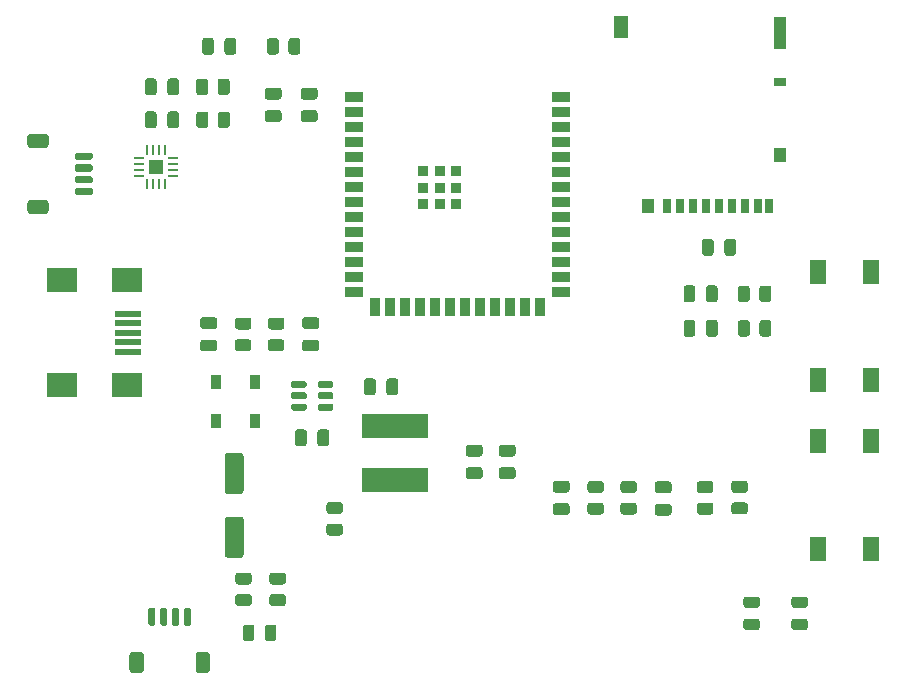
<source format=gtp>
G04 #@! TF.GenerationSoftware,KiCad,Pcbnew,6.0.2+dfsg-1*
G04 #@! TF.CreationDate,2023-06-22T08:15:41-06:00*
G04 #@! TF.ProjectId,ckt-soundplay,636b742d-736f-4756-9e64-706c61792e6b,rev?*
G04 #@! TF.SameCoordinates,Original*
G04 #@! TF.FileFunction,Paste,Top*
G04 #@! TF.FilePolarity,Positive*
%FSLAX46Y46*%
G04 Gerber Fmt 4.6, Leading zero omitted, Abs format (unit mm)*
G04 Created by KiCad (PCBNEW 6.0.2+dfsg-1) date 2023-06-22 08:15:41*
%MOMM*%
%LPD*%
G01*
G04 APERTURE LIST*
%ADD10R,1.400000X2.100000*%
%ADD11R,1.500000X0.900000*%
%ADD12R,0.900000X1.500000*%
%ADD13R,0.900000X0.900000*%
%ADD14R,5.562600X2.108200*%
%ADD15R,0.700000X1.200000*%
%ADD16R,1.000000X0.800000*%
%ADD17R,1.000000X1.200000*%
%ADD18R,1.300000X1.900000*%
%ADD19R,1.000000X2.800000*%
%ADD20R,2.300000X0.500000*%
%ADD21R,2.500000X2.000000*%
%ADD22R,0.900000X1.200000*%
%ADD23R,0.812800X0.254000*%
%ADD24R,0.254000X0.812800*%
%ADD25R,1.244600X1.244600*%
G04 APERTURE END LIST*
G36*
G01*
X35876001Y-144874000D02*
X35876001Y-143924000D01*
G75*
G02*
X36126001Y-143674000I250000J0D01*
G01*
X36626001Y-143674000D01*
G75*
G02*
X36876001Y-143924000I0J-250000D01*
G01*
X36876001Y-144874000D01*
G75*
G02*
X36626001Y-145124000I-250000J0D01*
G01*
X36126001Y-145124000D01*
G75*
G02*
X35876001Y-144874000I0J250000D01*
G01*
G37*
G36*
G01*
X37776001Y-144874000D02*
X37776001Y-143924000D01*
G75*
G02*
X38026001Y-143674000I250000J0D01*
G01*
X38526001Y-143674000D01*
G75*
G02*
X38776001Y-143924000I0J-250000D01*
G01*
X38776001Y-144874000D01*
G75*
G02*
X38526001Y-145124000I-250000J0D01*
G01*
X38026001Y-145124000D01*
G75*
G02*
X37776001Y-144874000I0J250000D01*
G01*
G37*
D10*
X92873000Y-180699000D03*
X92873000Y-171599000D03*
X97373000Y-180699000D03*
X97373000Y-171599000D03*
G36*
G01*
X48238000Y-166967000D02*
X48238000Y-166667000D01*
G75*
G02*
X48388000Y-166517000I150000J0D01*
G01*
X49413000Y-166517000D01*
G75*
G02*
X49563000Y-166667000I0J-150000D01*
G01*
X49563000Y-166967000D01*
G75*
G02*
X49413000Y-167117000I-150000J0D01*
G01*
X48388000Y-167117000D01*
G75*
G02*
X48238000Y-166967000I0J150000D01*
G01*
G37*
G36*
G01*
X48238000Y-167917000D02*
X48238000Y-167617000D01*
G75*
G02*
X48388000Y-167467000I150000J0D01*
G01*
X49413000Y-167467000D01*
G75*
G02*
X49563000Y-167617000I0J-150000D01*
G01*
X49563000Y-167917000D01*
G75*
G02*
X49413000Y-168067000I-150000J0D01*
G01*
X48388000Y-168067000D01*
G75*
G02*
X48238000Y-167917000I0J150000D01*
G01*
G37*
G36*
G01*
X48238000Y-168867000D02*
X48238000Y-168567000D01*
G75*
G02*
X48388000Y-168417000I150000J0D01*
G01*
X49413000Y-168417000D01*
G75*
G02*
X49563000Y-168567000I0J-150000D01*
G01*
X49563000Y-168867000D01*
G75*
G02*
X49413000Y-169017000I-150000J0D01*
G01*
X48388000Y-169017000D01*
G75*
G02*
X48238000Y-168867000I0J150000D01*
G01*
G37*
G36*
G01*
X50513000Y-168867000D02*
X50513000Y-168567000D01*
G75*
G02*
X50663000Y-168417000I150000J0D01*
G01*
X51688000Y-168417000D01*
G75*
G02*
X51838000Y-168567000I0J-150000D01*
G01*
X51838000Y-168867000D01*
G75*
G02*
X51688000Y-169017000I-150000J0D01*
G01*
X50663000Y-169017000D01*
G75*
G02*
X50513000Y-168867000I0J150000D01*
G01*
G37*
G36*
G01*
X50513000Y-167917000D02*
X50513000Y-167617000D01*
G75*
G02*
X50663000Y-167467000I150000J0D01*
G01*
X51688000Y-167467000D01*
G75*
G02*
X51838000Y-167617000I0J-150000D01*
G01*
X51838000Y-167917000D01*
G75*
G02*
X51688000Y-168067000I-150000J0D01*
G01*
X50663000Y-168067000D01*
G75*
G02*
X50513000Y-167917000I0J150000D01*
G01*
G37*
G36*
G01*
X50513000Y-166967000D02*
X50513000Y-166667000D01*
G75*
G02*
X50663000Y-166517000I150000J0D01*
G01*
X51688000Y-166517000D01*
G75*
G02*
X51838000Y-166667000I0J-150000D01*
G01*
X51838000Y-166967000D01*
G75*
G02*
X51688000Y-167117000I-150000J0D01*
G01*
X50663000Y-167117000D01*
G75*
G02*
X50513000Y-166967000I0J150000D01*
G01*
G37*
G36*
G01*
X48588000Y-171798000D02*
X48588000Y-170848000D01*
G75*
G02*
X48838000Y-170598000I250000J0D01*
G01*
X49338000Y-170598000D01*
G75*
G02*
X49588000Y-170848000I0J-250000D01*
G01*
X49588000Y-171798000D01*
G75*
G02*
X49338000Y-172048000I-250000J0D01*
G01*
X48838000Y-172048000D01*
G75*
G02*
X48588000Y-171798000I0J250000D01*
G01*
G37*
G36*
G01*
X50488000Y-171798000D02*
X50488000Y-170848000D01*
G75*
G02*
X50738000Y-170598000I250000J0D01*
G01*
X51238000Y-170598000D01*
G75*
G02*
X51488000Y-170848000I0J-250000D01*
G01*
X51488000Y-171798000D01*
G75*
G02*
X51238000Y-172048000I-250000J0D01*
G01*
X50738000Y-172048000D01*
G75*
G02*
X50488000Y-171798000I0J250000D01*
G01*
G37*
G36*
G01*
X50259000Y-144579000D02*
X49309000Y-144579000D01*
G75*
G02*
X49059000Y-144329000I0J250000D01*
G01*
X49059000Y-143829000D01*
G75*
G02*
X49309000Y-143579000I250000J0D01*
G01*
X50259000Y-143579000D01*
G75*
G02*
X50509000Y-143829000I0J-250000D01*
G01*
X50509000Y-144329000D01*
G75*
G02*
X50259000Y-144579000I-250000J0D01*
G01*
G37*
G36*
G01*
X50259000Y-142679000D02*
X49309000Y-142679000D01*
G75*
G02*
X49059000Y-142429000I0J250000D01*
G01*
X49059000Y-141929000D01*
G75*
G02*
X49309000Y-141679000I250000J0D01*
G01*
X50259000Y-141679000D01*
G75*
G02*
X50509000Y-141929000I0J-250000D01*
G01*
X50509000Y-142429000D01*
G75*
G02*
X50259000Y-142679000I-250000J0D01*
G01*
G37*
G36*
G01*
X40231000Y-144849000D02*
X40231000Y-143949000D01*
G75*
G02*
X40481000Y-143699000I250000J0D01*
G01*
X41006000Y-143699000D01*
G75*
G02*
X41256000Y-143949000I0J-250000D01*
G01*
X41256000Y-144849000D01*
G75*
G02*
X41006000Y-145099000I-250000J0D01*
G01*
X40481000Y-145099000D01*
G75*
G02*
X40231000Y-144849000I0J250000D01*
G01*
G37*
G36*
G01*
X42056000Y-144849000D02*
X42056000Y-143949000D01*
G75*
G02*
X42306000Y-143699000I250000J0D01*
G01*
X42831000Y-143699000D01*
G75*
G02*
X43081000Y-143949000I0J-250000D01*
G01*
X43081000Y-144849000D01*
G75*
G02*
X42831000Y-145099000I-250000J0D01*
G01*
X42306000Y-145099000D01*
G75*
G02*
X42056000Y-144849000I0J250000D01*
G01*
G37*
G36*
G01*
X67023000Y-174805000D02*
X66073000Y-174805000D01*
G75*
G02*
X65823000Y-174555000I0J250000D01*
G01*
X65823000Y-174055000D01*
G75*
G02*
X66073000Y-173805000I250000J0D01*
G01*
X67023000Y-173805000D01*
G75*
G02*
X67273000Y-174055000I0J-250000D01*
G01*
X67273000Y-174555000D01*
G75*
G02*
X67023000Y-174805000I-250000J0D01*
G01*
G37*
G36*
G01*
X67023000Y-172905000D02*
X66073000Y-172905000D01*
G75*
G02*
X65823000Y-172655000I0J250000D01*
G01*
X65823000Y-172155000D01*
G75*
G02*
X66073000Y-171905000I250000J0D01*
G01*
X67023000Y-171905000D01*
G75*
G02*
X67273000Y-172155000I0J-250000D01*
G01*
X67273000Y-172655000D01*
G75*
G02*
X67023000Y-172905000I-250000J0D01*
G01*
G37*
G36*
G01*
X84381000Y-161577000D02*
X84381000Y-162527000D01*
G75*
G02*
X84131000Y-162777000I-250000J0D01*
G01*
X83631000Y-162777000D01*
G75*
G02*
X83381000Y-162527000I0J250000D01*
G01*
X83381000Y-161577000D01*
G75*
G02*
X83631000Y-161327000I250000J0D01*
G01*
X84131000Y-161327000D01*
G75*
G02*
X84381000Y-161577000I0J-250000D01*
G01*
G37*
G36*
G01*
X82481000Y-161577000D02*
X82481000Y-162527000D01*
G75*
G02*
X82231000Y-162777000I-250000J0D01*
G01*
X81731000Y-162777000D01*
G75*
G02*
X81481000Y-162527000I0J250000D01*
G01*
X81481000Y-161577000D01*
G75*
G02*
X81731000Y-161327000I250000J0D01*
G01*
X82231000Y-161327000D01*
G75*
G02*
X82481000Y-161577000I0J-250000D01*
G01*
G37*
G36*
G01*
X88928000Y-161602000D02*
X88928000Y-162502000D01*
G75*
G02*
X88678000Y-162752000I-250000J0D01*
G01*
X88153000Y-162752000D01*
G75*
G02*
X87903000Y-162502000I0J250000D01*
G01*
X87903000Y-161602000D01*
G75*
G02*
X88153000Y-161352000I250000J0D01*
G01*
X88678000Y-161352000D01*
G75*
G02*
X88928000Y-161602000I0J-250000D01*
G01*
G37*
G36*
G01*
X87103000Y-161602000D02*
X87103000Y-162502000D01*
G75*
G02*
X86853000Y-162752000I-250000J0D01*
G01*
X86328000Y-162752000D01*
G75*
G02*
X86078000Y-162502000I0J250000D01*
G01*
X86078000Y-161602000D01*
G75*
G02*
X86328000Y-161352000I250000J0D01*
G01*
X86853000Y-161352000D01*
G75*
G02*
X87103000Y-161602000I0J-250000D01*
G01*
G37*
G36*
G01*
X42884000Y-172588000D02*
X43984000Y-172588000D01*
G75*
G02*
X44234000Y-172838000I0J-250000D01*
G01*
X44234000Y-175838000D01*
G75*
G02*
X43984000Y-176088000I-250000J0D01*
G01*
X42884000Y-176088000D01*
G75*
G02*
X42634000Y-175838000I0J250000D01*
G01*
X42634000Y-172838000D01*
G75*
G02*
X42884000Y-172588000I250000J0D01*
G01*
G37*
G36*
G01*
X42884000Y-177988000D02*
X43984000Y-177988000D01*
G75*
G02*
X44234000Y-178238000I0J-250000D01*
G01*
X44234000Y-181238000D01*
G75*
G02*
X43984000Y-181488000I-250000J0D01*
G01*
X42884000Y-181488000D01*
G75*
G02*
X42634000Y-181238000I0J250000D01*
G01*
X42634000Y-178238000D01*
G75*
G02*
X42884000Y-177988000I250000J0D01*
G01*
G37*
D11*
X53607000Y-142445000D03*
X53607000Y-143715000D03*
X53607000Y-144985000D03*
X53607000Y-146255000D03*
X53607000Y-147525000D03*
X53607000Y-148795000D03*
X53607000Y-150065000D03*
X53607000Y-151335000D03*
X53607000Y-152605000D03*
X53607000Y-153875000D03*
X53607000Y-155145000D03*
X53607000Y-156415000D03*
X53607000Y-157685000D03*
X53607000Y-158955000D03*
D12*
X55372000Y-160205000D03*
X56642000Y-160205000D03*
X57912000Y-160205000D03*
X59182000Y-160205000D03*
X60452000Y-160205000D03*
X61722000Y-160205000D03*
X62992000Y-160205000D03*
X64262000Y-160205000D03*
X65532000Y-160205000D03*
X66802000Y-160205000D03*
X68072000Y-160205000D03*
X69342000Y-160205000D03*
D11*
X71107000Y-158955000D03*
X71107000Y-157685000D03*
X71107000Y-156415000D03*
X71107000Y-155145000D03*
X71107000Y-153875000D03*
X71107000Y-152605000D03*
X71107000Y-151335000D03*
X71107000Y-150065000D03*
X71107000Y-148795000D03*
X71107000Y-147525000D03*
X71107000Y-146255000D03*
X71107000Y-144985000D03*
X71107000Y-143715000D03*
X71107000Y-142445000D03*
D13*
X60857000Y-148765000D03*
X62257000Y-148765000D03*
X59457000Y-151565000D03*
X62257000Y-151565000D03*
X59457000Y-150165000D03*
X59457000Y-148765000D03*
X60857000Y-150165000D03*
X62257000Y-150165000D03*
X60857000Y-151565000D03*
G36*
G01*
X46667000Y-182725000D02*
X47567000Y-182725000D01*
G75*
G02*
X47817000Y-182975000I0J-250000D01*
G01*
X47817000Y-183500000D01*
G75*
G02*
X47567000Y-183750000I-250000J0D01*
G01*
X46667000Y-183750000D01*
G75*
G02*
X46417000Y-183500000I0J250000D01*
G01*
X46417000Y-182975000D01*
G75*
G02*
X46667000Y-182725000I250000J0D01*
G01*
G37*
G36*
G01*
X46667000Y-184550000D02*
X47567000Y-184550000D01*
G75*
G02*
X47817000Y-184800000I0J-250000D01*
G01*
X47817000Y-185325000D01*
G75*
G02*
X47567000Y-185575000I-250000J0D01*
G01*
X46667000Y-185575000D01*
G75*
G02*
X46417000Y-185325000I0J250000D01*
G01*
X46417000Y-184800000D01*
G75*
G02*
X46667000Y-184550000I250000J0D01*
G01*
G37*
G36*
G01*
X84381000Y-158656000D02*
X84381000Y-159606000D01*
G75*
G02*
X84131000Y-159856000I-250000J0D01*
G01*
X83631000Y-159856000D01*
G75*
G02*
X83381000Y-159606000I0J250000D01*
G01*
X83381000Y-158656000D01*
G75*
G02*
X83631000Y-158406000I250000J0D01*
G01*
X84131000Y-158406000D01*
G75*
G02*
X84381000Y-158656000I0J-250000D01*
G01*
G37*
G36*
G01*
X82481000Y-158656000D02*
X82481000Y-159606000D01*
G75*
G02*
X82231000Y-159856000I-250000J0D01*
G01*
X81731000Y-159856000D01*
G75*
G02*
X81481000Y-159606000I0J250000D01*
G01*
X81481000Y-158656000D01*
G75*
G02*
X81731000Y-158406000I250000J0D01*
G01*
X82231000Y-158406000D01*
G75*
G02*
X82481000Y-158656000I0J-250000D01*
G01*
G37*
G36*
G01*
X52393000Y-179606000D02*
X51493000Y-179606000D01*
G75*
G02*
X51243000Y-179356000I0J250000D01*
G01*
X51243000Y-178831000D01*
G75*
G02*
X51493000Y-178581000I250000J0D01*
G01*
X52393000Y-178581000D01*
G75*
G02*
X52643000Y-178831000I0J-250000D01*
G01*
X52643000Y-179356000D01*
G75*
G02*
X52393000Y-179606000I-250000J0D01*
G01*
G37*
G36*
G01*
X52393000Y-177781000D02*
X51493000Y-177781000D01*
G75*
G02*
X51243000Y-177531000I0J250000D01*
G01*
X51243000Y-177006000D01*
G75*
G02*
X51493000Y-176756000I250000J0D01*
G01*
X52393000Y-176756000D01*
G75*
G02*
X52643000Y-177006000I0J-250000D01*
G01*
X52643000Y-177531000D01*
G75*
G02*
X52393000Y-177781000I-250000J0D01*
G01*
G37*
G36*
G01*
X36173000Y-187093000D02*
X36173000Y-185843000D01*
G75*
G02*
X36323000Y-185693000I150000J0D01*
G01*
X36623000Y-185693000D01*
G75*
G02*
X36773000Y-185843000I0J-150000D01*
G01*
X36773000Y-187093000D01*
G75*
G02*
X36623000Y-187243000I-150000J0D01*
G01*
X36323000Y-187243000D01*
G75*
G02*
X36173000Y-187093000I0J150000D01*
G01*
G37*
G36*
G01*
X37173000Y-187093000D02*
X37173000Y-185843000D01*
G75*
G02*
X37323000Y-185693000I150000J0D01*
G01*
X37623000Y-185693000D01*
G75*
G02*
X37773000Y-185843000I0J-150000D01*
G01*
X37773000Y-187093000D01*
G75*
G02*
X37623000Y-187243000I-150000J0D01*
G01*
X37323000Y-187243000D01*
G75*
G02*
X37173000Y-187093000I0J150000D01*
G01*
G37*
G36*
G01*
X38173000Y-187093000D02*
X38173000Y-185843000D01*
G75*
G02*
X38323000Y-185693000I150000J0D01*
G01*
X38623000Y-185693000D01*
G75*
G02*
X38773000Y-185843000I0J-150000D01*
G01*
X38773000Y-187093000D01*
G75*
G02*
X38623000Y-187243000I-150000J0D01*
G01*
X38323000Y-187243000D01*
G75*
G02*
X38173000Y-187093000I0J150000D01*
G01*
G37*
G36*
G01*
X39173000Y-187093000D02*
X39173000Y-185843000D01*
G75*
G02*
X39323000Y-185693000I150000J0D01*
G01*
X39623000Y-185693000D01*
G75*
G02*
X39773000Y-185843000I0J-150000D01*
G01*
X39773000Y-187093000D01*
G75*
G02*
X39623000Y-187243000I-150000J0D01*
G01*
X39323000Y-187243000D01*
G75*
G02*
X39173000Y-187093000I0J150000D01*
G01*
G37*
G36*
G01*
X40173000Y-190993000D02*
X40173000Y-189693000D01*
G75*
G02*
X40423000Y-189443000I250000J0D01*
G01*
X41123000Y-189443000D01*
G75*
G02*
X41373000Y-189693000I0J-250000D01*
G01*
X41373000Y-190993000D01*
G75*
G02*
X41123000Y-191243000I-250000J0D01*
G01*
X40423000Y-191243000D01*
G75*
G02*
X40173000Y-190993000I0J250000D01*
G01*
G37*
G36*
G01*
X34573000Y-190993000D02*
X34573000Y-189693000D01*
G75*
G02*
X34823000Y-189443000I250000J0D01*
G01*
X35523000Y-189443000D01*
G75*
G02*
X35773000Y-189693000I0J-250000D01*
G01*
X35773000Y-190993000D01*
G75*
G02*
X35523000Y-191243000I-250000J0D01*
G01*
X34823000Y-191243000D01*
G75*
G02*
X34573000Y-190993000I0J250000D01*
G01*
G37*
G36*
G01*
X86683000Y-177804500D02*
X85783000Y-177804500D01*
G75*
G02*
X85533000Y-177554500I0J250000D01*
G01*
X85533000Y-177029500D01*
G75*
G02*
X85783000Y-176779500I250000J0D01*
G01*
X86683000Y-176779500D01*
G75*
G02*
X86933000Y-177029500I0J-250000D01*
G01*
X86933000Y-177554500D01*
G75*
G02*
X86683000Y-177804500I-250000J0D01*
G01*
G37*
G36*
G01*
X86683000Y-175979500D02*
X85783000Y-175979500D01*
G75*
G02*
X85533000Y-175729500I0J250000D01*
G01*
X85533000Y-175204500D01*
G75*
G02*
X85783000Y-174954500I250000J0D01*
G01*
X86683000Y-174954500D01*
G75*
G02*
X86933000Y-175204500I0J-250000D01*
G01*
X86933000Y-175729500D01*
G75*
G02*
X86683000Y-175979500I-250000J0D01*
G01*
G37*
D14*
X57023000Y-170294300D03*
X57023000Y-174891700D03*
G36*
G01*
X91769250Y-187607000D02*
X90856750Y-187607000D01*
G75*
G02*
X90613000Y-187363250I0J243750D01*
G01*
X90613000Y-186875750D01*
G75*
G02*
X90856750Y-186632000I243750J0D01*
G01*
X91769250Y-186632000D01*
G75*
G02*
X92013000Y-186875750I0J-243750D01*
G01*
X92013000Y-187363250D01*
G75*
G02*
X91769250Y-187607000I-243750J0D01*
G01*
G37*
G36*
G01*
X91769250Y-185732000D02*
X90856750Y-185732000D01*
G75*
G02*
X90613000Y-185488250I0J243750D01*
G01*
X90613000Y-185000750D01*
G75*
G02*
X90856750Y-184757000I243750J0D01*
G01*
X91769250Y-184757000D01*
G75*
G02*
X92013000Y-185000750I0J-243750D01*
G01*
X92013000Y-185488250D01*
G75*
G02*
X91769250Y-185732000I-243750J0D01*
G01*
G37*
G36*
G01*
X47211000Y-144579000D02*
X46261000Y-144579000D01*
G75*
G02*
X46011000Y-144329000I0J250000D01*
G01*
X46011000Y-143829000D01*
G75*
G02*
X46261000Y-143579000I250000J0D01*
G01*
X47211000Y-143579000D01*
G75*
G02*
X47461000Y-143829000I0J-250000D01*
G01*
X47461000Y-144329000D01*
G75*
G02*
X47211000Y-144579000I-250000J0D01*
G01*
G37*
G36*
G01*
X47211000Y-142679000D02*
X46261000Y-142679000D01*
G75*
G02*
X46011000Y-142429000I0J250000D01*
G01*
X46011000Y-141929000D01*
G75*
G02*
X46261000Y-141679000I250000J0D01*
G01*
X47211000Y-141679000D01*
G75*
G02*
X47461000Y-141929000I0J-250000D01*
G01*
X47461000Y-142429000D01*
G75*
G02*
X47211000Y-142679000I-250000J0D01*
G01*
G37*
G36*
G01*
X83762000Y-177828000D02*
X82862000Y-177828000D01*
G75*
G02*
X82612000Y-177578000I0J250000D01*
G01*
X82612000Y-177053000D01*
G75*
G02*
X82862000Y-176803000I250000J0D01*
G01*
X83762000Y-176803000D01*
G75*
G02*
X84012000Y-177053000I0J-250000D01*
G01*
X84012000Y-177578000D01*
G75*
G02*
X83762000Y-177828000I-250000J0D01*
G01*
G37*
G36*
G01*
X83762000Y-176003000D02*
X82862000Y-176003000D01*
G75*
G02*
X82612000Y-175753000I0J250000D01*
G01*
X82612000Y-175228000D01*
G75*
G02*
X82862000Y-174978000I250000J0D01*
G01*
X83762000Y-174978000D01*
G75*
G02*
X84012000Y-175228000I0J-250000D01*
G01*
X84012000Y-175753000D01*
G75*
G02*
X83762000Y-176003000I-250000J0D01*
G01*
G37*
D15*
X80059000Y-151668000D03*
X81159000Y-151668000D03*
X82259000Y-151668000D03*
X83359000Y-151668000D03*
X84459000Y-151668000D03*
X85559000Y-151668000D03*
X86659000Y-151668000D03*
X87759000Y-151668000D03*
X88709000Y-151668000D03*
D16*
X89659000Y-141168000D03*
D17*
X78509000Y-151668000D03*
D18*
X76159000Y-136568000D03*
D19*
X89659000Y-137018000D03*
D17*
X89659000Y-147368000D03*
G36*
G01*
X30077000Y-147177000D02*
X31327000Y-147177000D01*
G75*
G02*
X31477000Y-147327000I0J-150000D01*
G01*
X31477000Y-147627000D01*
G75*
G02*
X31327000Y-147777000I-150000J0D01*
G01*
X30077000Y-147777000D01*
G75*
G02*
X29927000Y-147627000I0J150000D01*
G01*
X29927000Y-147327000D01*
G75*
G02*
X30077000Y-147177000I150000J0D01*
G01*
G37*
G36*
G01*
X30077000Y-148177000D02*
X31327000Y-148177000D01*
G75*
G02*
X31477000Y-148327000I0J-150000D01*
G01*
X31477000Y-148627000D01*
G75*
G02*
X31327000Y-148777000I-150000J0D01*
G01*
X30077000Y-148777000D01*
G75*
G02*
X29927000Y-148627000I0J150000D01*
G01*
X29927000Y-148327000D01*
G75*
G02*
X30077000Y-148177000I150000J0D01*
G01*
G37*
G36*
G01*
X30077000Y-149177000D02*
X31327000Y-149177000D01*
G75*
G02*
X31477000Y-149327000I0J-150000D01*
G01*
X31477000Y-149627000D01*
G75*
G02*
X31327000Y-149777000I-150000J0D01*
G01*
X30077000Y-149777000D01*
G75*
G02*
X29927000Y-149627000I0J150000D01*
G01*
X29927000Y-149327000D01*
G75*
G02*
X30077000Y-149177000I150000J0D01*
G01*
G37*
G36*
G01*
X30077000Y-150177000D02*
X31327000Y-150177000D01*
G75*
G02*
X31477000Y-150327000I0J-150000D01*
G01*
X31477000Y-150627000D01*
G75*
G02*
X31327000Y-150777000I-150000J0D01*
G01*
X30077000Y-150777000D01*
G75*
G02*
X29927000Y-150627000I0J150000D01*
G01*
X29927000Y-150327000D01*
G75*
G02*
X30077000Y-150177000I150000J0D01*
G01*
G37*
G36*
G01*
X26177000Y-151177000D02*
X27477000Y-151177000D01*
G75*
G02*
X27727000Y-151427000I0J-250000D01*
G01*
X27727000Y-152127000D01*
G75*
G02*
X27477000Y-152377000I-250000J0D01*
G01*
X26177000Y-152377000D01*
G75*
G02*
X25927000Y-152127000I0J250000D01*
G01*
X25927000Y-151427000D01*
G75*
G02*
X26177000Y-151177000I250000J0D01*
G01*
G37*
G36*
G01*
X26177000Y-145577000D02*
X27477000Y-145577000D01*
G75*
G02*
X27727000Y-145827000I0J-250000D01*
G01*
X27727000Y-146527000D01*
G75*
G02*
X27477000Y-146777000I-250000J0D01*
G01*
X26177000Y-146777000D01*
G75*
G02*
X25927000Y-146527000I0J250000D01*
G01*
X25927000Y-145827000D01*
G75*
G02*
X26177000Y-145577000I250000J0D01*
G01*
G37*
G36*
G01*
X49436000Y-161110000D02*
X50386000Y-161110000D01*
G75*
G02*
X50636000Y-161360000I0J-250000D01*
G01*
X50636000Y-161860000D01*
G75*
G02*
X50386000Y-162110000I-250000J0D01*
G01*
X49436000Y-162110000D01*
G75*
G02*
X49186000Y-161860000I0J250000D01*
G01*
X49186000Y-161360000D01*
G75*
G02*
X49436000Y-161110000I250000J0D01*
G01*
G37*
G36*
G01*
X49436000Y-163010000D02*
X50386000Y-163010000D01*
G75*
G02*
X50636000Y-163260000I0J-250000D01*
G01*
X50636000Y-163760000D01*
G75*
G02*
X50386000Y-164010000I-250000J0D01*
G01*
X49436000Y-164010000D01*
G75*
G02*
X49186000Y-163760000I0J250000D01*
G01*
X49186000Y-163260000D01*
G75*
G02*
X49436000Y-163010000I250000J0D01*
G01*
G37*
G36*
G01*
X40800000Y-161110000D02*
X41750000Y-161110000D01*
G75*
G02*
X42000000Y-161360000I0J-250000D01*
G01*
X42000000Y-161860000D01*
G75*
G02*
X41750000Y-162110000I-250000J0D01*
G01*
X40800000Y-162110000D01*
G75*
G02*
X40550000Y-161860000I0J250000D01*
G01*
X40550000Y-161360000D01*
G75*
G02*
X40800000Y-161110000I250000J0D01*
G01*
G37*
G36*
G01*
X40800000Y-163010000D02*
X41750000Y-163010000D01*
G75*
G02*
X42000000Y-163260000I0J-250000D01*
G01*
X42000000Y-163760000D01*
G75*
G02*
X41750000Y-164010000I-250000J0D01*
G01*
X40800000Y-164010000D01*
G75*
G02*
X40550000Y-163760000I0J250000D01*
G01*
X40550000Y-163260000D01*
G75*
G02*
X40800000Y-163010000I250000J0D01*
G01*
G37*
D20*
X34429000Y-160828000D03*
X34429000Y-161628000D03*
X34429000Y-162428000D03*
X34429000Y-163228000D03*
X34429000Y-164028000D03*
D21*
X34329000Y-166878000D03*
X28829000Y-157978000D03*
X34329000Y-157978000D03*
X28829000Y-166878000D03*
G36*
G01*
X74491000Y-177828000D02*
X73591000Y-177828000D01*
G75*
G02*
X73341000Y-177578000I0J250000D01*
G01*
X73341000Y-177053000D01*
G75*
G02*
X73591000Y-176803000I250000J0D01*
G01*
X74491000Y-176803000D01*
G75*
G02*
X74741000Y-177053000I0J-250000D01*
G01*
X74741000Y-177578000D01*
G75*
G02*
X74491000Y-177828000I-250000J0D01*
G01*
G37*
G36*
G01*
X74491000Y-176003000D02*
X73591000Y-176003000D01*
G75*
G02*
X73341000Y-175753000I0J250000D01*
G01*
X73341000Y-175228000D01*
G75*
G02*
X73591000Y-174978000I250000J0D01*
G01*
X74491000Y-174978000D01*
G75*
G02*
X74741000Y-175228000I0J-250000D01*
G01*
X74741000Y-175753000D01*
G75*
G02*
X74491000Y-176003000I-250000J0D01*
G01*
G37*
G36*
G01*
X43781000Y-182725000D02*
X44681000Y-182725000D01*
G75*
G02*
X44931000Y-182975000I0J-250000D01*
G01*
X44931000Y-183500000D01*
G75*
G02*
X44681000Y-183750000I-250000J0D01*
G01*
X43781000Y-183750000D01*
G75*
G02*
X43531000Y-183500000I0J250000D01*
G01*
X43531000Y-182975000D01*
G75*
G02*
X43781000Y-182725000I250000J0D01*
G01*
G37*
G36*
G01*
X43781000Y-184550000D02*
X44681000Y-184550000D01*
G75*
G02*
X44931000Y-184800000I0J-250000D01*
G01*
X44931000Y-185325000D01*
G75*
G02*
X44681000Y-185575000I-250000J0D01*
G01*
X43781000Y-185575000D01*
G75*
G02*
X43531000Y-185325000I0J250000D01*
G01*
X43531000Y-184800000D01*
G75*
G02*
X43781000Y-184550000I250000J0D01*
G01*
G37*
G36*
G01*
X77285000Y-177828000D02*
X76385000Y-177828000D01*
G75*
G02*
X76135000Y-177578000I0J250000D01*
G01*
X76135000Y-177053000D01*
G75*
G02*
X76385000Y-176803000I250000J0D01*
G01*
X77285000Y-176803000D01*
G75*
G02*
X77535000Y-177053000I0J-250000D01*
G01*
X77535000Y-177578000D01*
G75*
G02*
X77285000Y-177828000I-250000J0D01*
G01*
G37*
G36*
G01*
X77285000Y-176003000D02*
X76385000Y-176003000D01*
G75*
G02*
X76135000Y-175753000I0J250000D01*
G01*
X76135000Y-175228000D01*
G75*
G02*
X76385000Y-174978000I250000J0D01*
G01*
X77285000Y-174978000D01*
G75*
G02*
X77535000Y-175228000I0J-250000D01*
G01*
X77535000Y-175753000D01*
G75*
G02*
X77285000Y-176003000I-250000J0D01*
G01*
G37*
G36*
G01*
X87705250Y-187607000D02*
X86792750Y-187607000D01*
G75*
G02*
X86549000Y-187363250I0J243750D01*
G01*
X86549000Y-186875750D01*
G75*
G02*
X86792750Y-186632000I243750J0D01*
G01*
X87705250Y-186632000D01*
G75*
G02*
X87949000Y-186875750I0J-243750D01*
G01*
X87949000Y-187363250D01*
G75*
G02*
X87705250Y-187607000I-243750J0D01*
G01*
G37*
G36*
G01*
X87705250Y-185732000D02*
X86792750Y-185732000D01*
G75*
G02*
X86549000Y-185488250I0J243750D01*
G01*
X86549000Y-185000750D01*
G75*
G02*
X86792750Y-184757000I243750J0D01*
G01*
X87705250Y-184757000D01*
G75*
G02*
X87949000Y-185000750I0J-243750D01*
G01*
X87949000Y-185488250D01*
G75*
G02*
X87705250Y-185732000I-243750J0D01*
G01*
G37*
D22*
X45211000Y-166624000D03*
X41911000Y-166624000D03*
G36*
G01*
X83035000Y-155669000D02*
X83035000Y-154719000D01*
G75*
G02*
X83285000Y-154469000I250000J0D01*
G01*
X83785000Y-154469000D01*
G75*
G02*
X84035000Y-154719000I0J-250000D01*
G01*
X84035000Y-155669000D01*
G75*
G02*
X83785000Y-155919000I-250000J0D01*
G01*
X83285000Y-155919000D01*
G75*
G02*
X83035000Y-155669000I0J250000D01*
G01*
G37*
G36*
G01*
X84935000Y-155669000D02*
X84935000Y-154719000D01*
G75*
G02*
X85185000Y-154469000I250000J0D01*
G01*
X85685000Y-154469000D01*
G75*
G02*
X85935000Y-154719000I0J-250000D01*
G01*
X85935000Y-155669000D01*
G75*
G02*
X85685000Y-155919000I-250000J0D01*
G01*
X85185000Y-155919000D01*
G75*
G02*
X84935000Y-155669000I0J250000D01*
G01*
G37*
G36*
G01*
X44646000Y-163985000D02*
X43746000Y-163985000D01*
G75*
G02*
X43496000Y-163735000I0J250000D01*
G01*
X43496000Y-163210000D01*
G75*
G02*
X43746000Y-162960000I250000J0D01*
G01*
X44646000Y-162960000D01*
G75*
G02*
X44896000Y-163210000I0J-250000D01*
G01*
X44896000Y-163735000D01*
G75*
G02*
X44646000Y-163985000I-250000J0D01*
G01*
G37*
G36*
G01*
X44646000Y-162160000D02*
X43746000Y-162160000D01*
G75*
G02*
X43496000Y-161910000I0J250000D01*
G01*
X43496000Y-161385000D01*
G75*
G02*
X43746000Y-161135000I250000J0D01*
G01*
X44646000Y-161135000D01*
G75*
G02*
X44896000Y-161385000I0J-250000D01*
G01*
X44896000Y-161910000D01*
G75*
G02*
X44646000Y-162160000I-250000J0D01*
G01*
G37*
G36*
G01*
X70645000Y-174953000D02*
X71595000Y-174953000D01*
G75*
G02*
X71845000Y-175203000I0J-250000D01*
G01*
X71845000Y-175703000D01*
G75*
G02*
X71595000Y-175953000I-250000J0D01*
G01*
X70645000Y-175953000D01*
G75*
G02*
X70395000Y-175703000I0J250000D01*
G01*
X70395000Y-175203000D01*
G75*
G02*
X70645000Y-174953000I250000J0D01*
G01*
G37*
G36*
G01*
X70645000Y-176853000D02*
X71595000Y-176853000D01*
G75*
G02*
X71845000Y-177103000I0J-250000D01*
G01*
X71845000Y-177603000D01*
G75*
G02*
X71595000Y-177853000I-250000J0D01*
G01*
X70645000Y-177853000D01*
G75*
G02*
X70395000Y-177603000I0J250000D01*
G01*
X70395000Y-177103000D01*
G75*
G02*
X70645000Y-176853000I250000J0D01*
G01*
G37*
G36*
G01*
X79281000Y-175014000D02*
X80231000Y-175014000D01*
G75*
G02*
X80481000Y-175264000I0J-250000D01*
G01*
X80481000Y-175764000D01*
G75*
G02*
X80231000Y-176014000I-250000J0D01*
G01*
X79281000Y-176014000D01*
G75*
G02*
X79031000Y-175764000I0J250000D01*
G01*
X79031000Y-175264000D01*
G75*
G02*
X79281000Y-175014000I250000J0D01*
G01*
G37*
G36*
G01*
X79281000Y-176914000D02*
X80231000Y-176914000D01*
G75*
G02*
X80481000Y-177164000I0J-250000D01*
G01*
X80481000Y-177664000D01*
G75*
G02*
X80231000Y-177914000I-250000J0D01*
G01*
X79281000Y-177914000D01*
G75*
G02*
X79031000Y-177664000I0J250000D01*
G01*
X79031000Y-177164000D01*
G75*
G02*
X79281000Y-176914000I250000J0D01*
G01*
G37*
G36*
G01*
X46200000Y-138626000D02*
X46200000Y-137726000D01*
G75*
G02*
X46450000Y-137476000I250000J0D01*
G01*
X46975000Y-137476000D01*
G75*
G02*
X47225000Y-137726000I0J-250000D01*
G01*
X47225000Y-138626000D01*
G75*
G02*
X46975000Y-138876000I-250000J0D01*
G01*
X46450000Y-138876000D01*
G75*
G02*
X46200000Y-138626000I0J250000D01*
G01*
G37*
G36*
G01*
X48025000Y-138626000D02*
X48025000Y-137726000D01*
G75*
G02*
X48275000Y-137476000I250000J0D01*
G01*
X48800000Y-137476000D01*
G75*
G02*
X49050000Y-137726000I0J-250000D01*
G01*
X49050000Y-138626000D01*
G75*
G02*
X48800000Y-138876000I-250000J0D01*
G01*
X48275000Y-138876000D01*
G75*
G02*
X48025000Y-138626000I0J250000D01*
G01*
G37*
G36*
G01*
X64229000Y-174805000D02*
X63279000Y-174805000D01*
G75*
G02*
X63029000Y-174555000I0J250000D01*
G01*
X63029000Y-174055000D01*
G75*
G02*
X63279000Y-173805000I250000J0D01*
G01*
X64229000Y-173805000D01*
G75*
G02*
X64479000Y-174055000I0J-250000D01*
G01*
X64479000Y-174555000D01*
G75*
G02*
X64229000Y-174805000I-250000J0D01*
G01*
G37*
G36*
G01*
X64229000Y-172905000D02*
X63279000Y-172905000D01*
G75*
G02*
X63029000Y-172655000I0J250000D01*
G01*
X63029000Y-172155000D01*
G75*
G02*
X63279000Y-171905000I250000J0D01*
G01*
X64229000Y-171905000D01*
G75*
G02*
X64479000Y-172155000I0J-250000D01*
G01*
X64479000Y-172655000D01*
G75*
G02*
X64229000Y-172905000I-250000J0D01*
G01*
G37*
G36*
G01*
X47440000Y-163985000D02*
X46540000Y-163985000D01*
G75*
G02*
X46290000Y-163735000I0J250000D01*
G01*
X46290000Y-163210000D01*
G75*
G02*
X46540000Y-162960000I250000J0D01*
G01*
X47440000Y-162960000D01*
G75*
G02*
X47690000Y-163210000I0J-250000D01*
G01*
X47690000Y-163735000D01*
G75*
G02*
X47440000Y-163985000I-250000J0D01*
G01*
G37*
G36*
G01*
X47440000Y-162160000D02*
X46540000Y-162160000D01*
G75*
G02*
X46290000Y-161910000I0J250000D01*
G01*
X46290000Y-161385000D01*
G75*
G02*
X46540000Y-161135000I250000J0D01*
G01*
X47440000Y-161135000D01*
G75*
G02*
X47690000Y-161385000I0J-250000D01*
G01*
X47690000Y-161910000D01*
G75*
G02*
X47440000Y-162160000I-250000J0D01*
G01*
G37*
G36*
G01*
X43057500Y-141155000D02*
X43057500Y-142055000D01*
G75*
G02*
X42807500Y-142305000I-250000J0D01*
G01*
X42282500Y-142305000D01*
G75*
G02*
X42032500Y-142055000I0J250000D01*
G01*
X42032500Y-141155000D01*
G75*
G02*
X42282500Y-140905000I250000J0D01*
G01*
X42807500Y-140905000D01*
G75*
G02*
X43057500Y-141155000I0J-250000D01*
G01*
G37*
G36*
G01*
X41232500Y-141155000D02*
X41232500Y-142055000D01*
G75*
G02*
X40982500Y-142305000I-250000J0D01*
G01*
X40457500Y-142305000D01*
G75*
G02*
X40207500Y-142055000I0J250000D01*
G01*
X40207500Y-141155000D01*
G75*
G02*
X40457500Y-140905000I250000J0D01*
G01*
X40982500Y-140905000D01*
G75*
G02*
X41232500Y-141155000I0J-250000D01*
G01*
G37*
D10*
X92873000Y-166418500D03*
X92873000Y-157318500D03*
X97373000Y-166418500D03*
X97373000Y-157318500D03*
G36*
G01*
X57330000Y-166530000D02*
X57330000Y-167480000D01*
G75*
G02*
X57080000Y-167730000I-250000J0D01*
G01*
X56580000Y-167730000D01*
G75*
G02*
X56330000Y-167480000I0J250000D01*
G01*
X56330000Y-166530000D01*
G75*
G02*
X56580000Y-166280000I250000J0D01*
G01*
X57080000Y-166280000D01*
G75*
G02*
X57330000Y-166530000I0J-250000D01*
G01*
G37*
G36*
G01*
X55430000Y-166530000D02*
X55430000Y-167480000D01*
G75*
G02*
X55180000Y-167730000I-250000J0D01*
G01*
X54680000Y-167730000D01*
G75*
G02*
X54430000Y-167480000I0J250000D01*
G01*
X54430000Y-166530000D01*
G75*
G02*
X54680000Y-166280000I250000J0D01*
G01*
X55180000Y-166280000D01*
G75*
G02*
X55430000Y-166530000I0J-250000D01*
G01*
G37*
D23*
X38265801Y-149136801D03*
X38265801Y-148636800D03*
X38265801Y-148136800D03*
X38265801Y-147636799D03*
D24*
X37568002Y-146939000D03*
X37068001Y-146939000D03*
X36568001Y-146939000D03*
X36068000Y-146939000D03*
D23*
X35370201Y-147636799D03*
X35370201Y-148136800D03*
X35370201Y-148636800D03*
X35370201Y-149136801D03*
D24*
X36068000Y-149834600D03*
X36568001Y-149834600D03*
X37068001Y-149834600D03*
X37568002Y-149834600D03*
D25*
X36818001Y-148386800D03*
G36*
G01*
X35876001Y-142080000D02*
X35876001Y-141130000D01*
G75*
G02*
X36126001Y-140880000I250000J0D01*
G01*
X36626001Y-140880000D01*
G75*
G02*
X36876001Y-141130000I0J-250000D01*
G01*
X36876001Y-142080000D01*
G75*
G02*
X36626001Y-142330000I-250000J0D01*
G01*
X36126001Y-142330000D01*
G75*
G02*
X35876001Y-142080000I0J250000D01*
G01*
G37*
G36*
G01*
X37776001Y-142080000D02*
X37776001Y-141130000D01*
G75*
G02*
X38026001Y-140880000I250000J0D01*
G01*
X38526001Y-140880000D01*
G75*
G02*
X38776001Y-141130000I0J-250000D01*
G01*
X38776001Y-142080000D01*
G75*
G02*
X38526001Y-142330000I-250000J0D01*
G01*
X38026001Y-142330000D01*
G75*
G02*
X37776001Y-142080000I0J250000D01*
G01*
G37*
G36*
G01*
X88928000Y-158681000D02*
X88928000Y-159581000D01*
G75*
G02*
X88678000Y-159831000I-250000J0D01*
G01*
X88153000Y-159831000D01*
G75*
G02*
X87903000Y-159581000I0J250000D01*
G01*
X87903000Y-158681000D01*
G75*
G02*
X88153000Y-158431000I250000J0D01*
G01*
X88678000Y-158431000D01*
G75*
G02*
X88928000Y-158681000I0J-250000D01*
G01*
G37*
G36*
G01*
X87103000Y-158681000D02*
X87103000Y-159581000D01*
G75*
G02*
X86853000Y-159831000I-250000J0D01*
G01*
X86328000Y-159831000D01*
G75*
G02*
X86078000Y-159581000I0J250000D01*
G01*
X86078000Y-158681000D01*
G75*
G02*
X86328000Y-158431000I250000J0D01*
G01*
X86853000Y-158431000D01*
G75*
G02*
X87103000Y-158681000I0J-250000D01*
G01*
G37*
D22*
X45211000Y-169926000D03*
X41911000Y-169926000D03*
G36*
G01*
X43614000Y-137701000D02*
X43614000Y-138651000D01*
G75*
G02*
X43364000Y-138901000I-250000J0D01*
G01*
X42864000Y-138901000D01*
G75*
G02*
X42614000Y-138651000I0J250000D01*
G01*
X42614000Y-137701000D01*
G75*
G02*
X42864000Y-137451000I250000J0D01*
G01*
X43364000Y-137451000D01*
G75*
G02*
X43614000Y-137701000I0J-250000D01*
G01*
G37*
G36*
G01*
X41714000Y-137701000D02*
X41714000Y-138651000D01*
G75*
G02*
X41464000Y-138901000I-250000J0D01*
G01*
X40964000Y-138901000D01*
G75*
G02*
X40714000Y-138651000I0J250000D01*
G01*
X40714000Y-137701000D01*
G75*
G02*
X40964000Y-137451000I250000J0D01*
G01*
X41464000Y-137451000D01*
G75*
G02*
X41714000Y-137701000I0J-250000D01*
G01*
G37*
G36*
G01*
X44168000Y-188289250D02*
X44168000Y-187376750D01*
G75*
G02*
X44411750Y-187133000I243750J0D01*
G01*
X44899250Y-187133000D01*
G75*
G02*
X45143000Y-187376750I0J-243750D01*
G01*
X45143000Y-188289250D01*
G75*
G02*
X44899250Y-188533000I-243750J0D01*
G01*
X44411750Y-188533000D01*
G75*
G02*
X44168000Y-188289250I0J243750D01*
G01*
G37*
G36*
G01*
X46043000Y-188289250D02*
X46043000Y-187376750D01*
G75*
G02*
X46286750Y-187133000I243750J0D01*
G01*
X46774250Y-187133000D01*
G75*
G02*
X47018000Y-187376750I0J-243750D01*
G01*
X47018000Y-188289250D01*
G75*
G02*
X46774250Y-188533000I-243750J0D01*
G01*
X46286750Y-188533000D01*
G75*
G02*
X46043000Y-188289250I0J243750D01*
G01*
G37*
M02*

</source>
